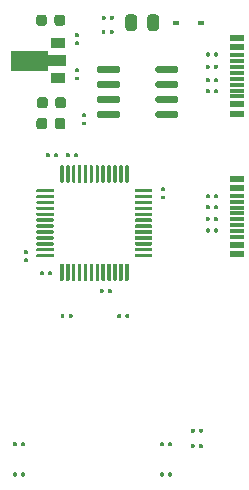
<source format=gtp>
G04 #@! TF.GenerationSoftware,KiCad,Pcbnew,5.1.8+dfsg1-1~bpo10+1*
G04 #@! TF.CreationDate,2020-11-28T00:35:18+08:00*
G04 #@! TF.ProjectId,stm32-io-extend,73746d33-322d-4696-9f2d-657874656e64,rev?*
G04 #@! TF.SameCoordinates,Original*
G04 #@! TF.FileFunction,Paste,Top*
G04 #@! TF.FilePolarity,Positive*
%FSLAX46Y46*%
G04 Gerber Fmt 4.6, Leading zero omitted, Abs format (unit mm)*
G04 Created by KiCad (PCBNEW 5.1.8+dfsg1-1~bpo10+1) date 2020-11-28 00:35:18*
%MOMM*%
%LPD*%
G01*
G04 APERTURE LIST*
%ADD10R,0.600000X0.450000*%
%ADD11R,1.160000X0.300000*%
%ADD12R,1.160000X0.600000*%
%ADD13R,1.300000X0.900000*%
%ADD14C,0.100000*%
G04 APERTURE END LIST*
G04 #@! TO.C,C1*
G36*
G01*
X89854000Y-79724500D02*
X89854000Y-79925500D01*
G75*
G02*
X89774500Y-80005000I-79500J0D01*
G01*
X89615500Y-80005000D01*
G75*
G02*
X89536000Y-79925500I0J79500D01*
G01*
X89536000Y-79724500D01*
G75*
G02*
X89615500Y-79645000I79500J0D01*
G01*
X89774500Y-79645000D01*
G75*
G02*
X89854000Y-79724500I0J-79500D01*
G01*
G37*
G36*
G01*
X89164000Y-79724500D02*
X89164000Y-79925500D01*
G75*
G02*
X89084500Y-80005000I-79500J0D01*
G01*
X88925500Y-80005000D01*
G75*
G02*
X88846000Y-79925500I0J79500D01*
G01*
X88846000Y-79724500D01*
G75*
G02*
X88925500Y-79645000I79500J0D01*
G01*
X89084500Y-79645000D01*
G75*
G02*
X89164000Y-79724500I0J-79500D01*
G01*
G37*
G04 #@! TD*
G04 #@! TO.C,C2*
G36*
G01*
X94244000Y-81224500D02*
X94244000Y-81425500D01*
G75*
G02*
X94164500Y-81505000I-79500J0D01*
G01*
X94005500Y-81505000D01*
G75*
G02*
X93926000Y-81425500I0J79500D01*
G01*
X93926000Y-81224500D01*
G75*
G02*
X94005500Y-81145000I79500J0D01*
G01*
X94164500Y-81145000D01*
G75*
G02*
X94244000Y-81224500I0J-79500D01*
G01*
G37*
G36*
G01*
X94934000Y-81224500D02*
X94934000Y-81425500D01*
G75*
G02*
X94854500Y-81505000I-79500J0D01*
G01*
X94695500Y-81505000D01*
G75*
G02*
X94616000Y-81425500I0J79500D01*
G01*
X94616000Y-81224500D01*
G75*
G02*
X94695500Y-81145000I79500J0D01*
G01*
X94854500Y-81145000D01*
G75*
G02*
X94934000Y-81224500I0J-79500D01*
G01*
G37*
G04 #@! TD*
G04 #@! TO.C,C3*
G36*
G01*
X87750500Y-78879000D02*
X87549500Y-78879000D01*
G75*
G02*
X87470000Y-78799500I0J79500D01*
G01*
X87470000Y-78640500D01*
G75*
G02*
X87549500Y-78561000I79500J0D01*
G01*
X87750500Y-78561000D01*
G75*
G02*
X87830000Y-78640500I0J-79500D01*
G01*
X87830000Y-78799500D01*
G75*
G02*
X87750500Y-78879000I-79500J0D01*
G01*
G37*
G36*
G01*
X87750500Y-78189000D02*
X87549500Y-78189000D01*
G75*
G02*
X87470000Y-78109500I0J79500D01*
G01*
X87470000Y-77950500D01*
G75*
G02*
X87549500Y-77871000I79500J0D01*
G01*
X87750500Y-77871000D01*
G75*
G02*
X87830000Y-77950500I0J-79500D01*
G01*
X87830000Y-78109500D01*
G75*
G02*
X87750500Y-78189000I-79500J0D01*
G01*
G37*
G04 #@! TD*
G04 #@! TO.C,C4*
G36*
G01*
X91874500Y-62471000D02*
X92075500Y-62471000D01*
G75*
G02*
X92155000Y-62550500I0J-79500D01*
G01*
X92155000Y-62709500D01*
G75*
G02*
X92075500Y-62789000I-79500J0D01*
G01*
X91874500Y-62789000D01*
G75*
G02*
X91795000Y-62709500I0J79500D01*
G01*
X91795000Y-62550500D01*
G75*
G02*
X91874500Y-62471000I79500J0D01*
G01*
G37*
G36*
G01*
X91874500Y-63161000D02*
X92075500Y-63161000D01*
G75*
G02*
X92155000Y-63240500I0J-79500D01*
G01*
X92155000Y-63399500D01*
G75*
G02*
X92075500Y-63479000I-79500J0D01*
G01*
X91874500Y-63479000D01*
G75*
G02*
X91795000Y-63399500I0J79500D01*
G01*
X91795000Y-63240500D01*
G75*
G02*
X91874500Y-63161000I79500J0D01*
G01*
G37*
G04 #@! TD*
G04 #@! TO.C,C5*
G36*
G01*
X99149500Y-73241000D02*
X99350500Y-73241000D01*
G75*
G02*
X99430000Y-73320500I0J-79500D01*
G01*
X99430000Y-73479500D01*
G75*
G02*
X99350500Y-73559000I-79500J0D01*
G01*
X99149500Y-73559000D01*
G75*
G02*
X99070000Y-73479500I0J79500D01*
G01*
X99070000Y-73320500D01*
G75*
G02*
X99149500Y-73241000I79500J0D01*
G01*
G37*
G36*
G01*
X99149500Y-72551000D02*
X99350500Y-72551000D01*
G75*
G02*
X99430000Y-72630500I0J-79500D01*
G01*
X99430000Y-72789500D01*
G75*
G02*
X99350500Y-72869000I-79500J0D01*
G01*
X99149500Y-72869000D01*
G75*
G02*
X99070000Y-72789500I0J79500D01*
G01*
X99070000Y-72630500D01*
G75*
G02*
X99149500Y-72551000I79500J0D01*
G01*
G37*
G04 #@! TD*
G04 #@! TO.C,C6*
G36*
G01*
X88525000Y-58650000D02*
X88525000Y-58150000D01*
G75*
G02*
X88750000Y-57925000I225000J0D01*
G01*
X89200000Y-57925000D01*
G75*
G02*
X89425000Y-58150000I0J-225000D01*
G01*
X89425000Y-58650000D01*
G75*
G02*
X89200000Y-58875000I-225000J0D01*
G01*
X88750000Y-58875000D01*
G75*
G02*
X88525000Y-58650000I0J225000D01*
G01*
G37*
G36*
G01*
X90075000Y-58650000D02*
X90075000Y-58150000D01*
G75*
G02*
X90300000Y-57925000I225000J0D01*
G01*
X90750000Y-57925000D01*
G75*
G02*
X90975000Y-58150000I0J-225000D01*
G01*
X90975000Y-58650000D01*
G75*
G02*
X90750000Y-58875000I-225000J0D01*
G01*
X90300000Y-58875000D01*
G75*
G02*
X90075000Y-58650000I0J225000D01*
G01*
G37*
G04 #@! TD*
G04 #@! TO.C,C7*
G36*
G01*
X89346000Y-69925500D02*
X89346000Y-69724500D01*
G75*
G02*
X89425500Y-69645000I79500J0D01*
G01*
X89584500Y-69645000D01*
G75*
G02*
X89664000Y-69724500I0J-79500D01*
G01*
X89664000Y-69925500D01*
G75*
G02*
X89584500Y-70005000I-79500J0D01*
G01*
X89425500Y-70005000D01*
G75*
G02*
X89346000Y-69925500I0J79500D01*
G01*
G37*
G36*
G01*
X90036000Y-69925500D02*
X90036000Y-69724500D01*
G75*
G02*
X90115500Y-69645000I79500J0D01*
G01*
X90274500Y-69645000D01*
G75*
G02*
X90354000Y-69724500I0J-79500D01*
G01*
X90354000Y-69925500D01*
G75*
G02*
X90274500Y-70005000I-79500J0D01*
G01*
X90115500Y-70005000D01*
G75*
G02*
X90036000Y-69925500I0J79500D01*
G01*
G37*
G04 #@! TD*
G04 #@! TO.C,C8*
G36*
G01*
X92075500Y-59809000D02*
X91874500Y-59809000D01*
G75*
G02*
X91795000Y-59729500I0J79500D01*
G01*
X91795000Y-59570500D01*
G75*
G02*
X91874500Y-59491000I79500J0D01*
G01*
X92075500Y-59491000D01*
G75*
G02*
X92155000Y-59570500I0J-79500D01*
G01*
X92155000Y-59729500D01*
G75*
G02*
X92075500Y-59809000I-79500J0D01*
G01*
G37*
G36*
G01*
X92075500Y-60499000D02*
X91874500Y-60499000D01*
G75*
G02*
X91795000Y-60419500I0J79500D01*
G01*
X91795000Y-60260500D01*
G75*
G02*
X91874500Y-60181000I79500J0D01*
G01*
X92075500Y-60181000D01*
G75*
G02*
X92155000Y-60260500I0J-79500D01*
G01*
X92155000Y-60419500D01*
G75*
G02*
X92075500Y-60499000I-79500J0D01*
G01*
G37*
G04 #@! TD*
G04 #@! TO.C,C9*
G36*
G01*
X92494500Y-66981000D02*
X92695500Y-66981000D01*
G75*
G02*
X92775000Y-67060500I0J-79500D01*
G01*
X92775000Y-67219500D01*
G75*
G02*
X92695500Y-67299000I-79500J0D01*
G01*
X92494500Y-67299000D01*
G75*
G02*
X92415000Y-67219500I0J79500D01*
G01*
X92415000Y-67060500D01*
G75*
G02*
X92494500Y-66981000I79500J0D01*
G01*
G37*
G36*
G01*
X92494500Y-66291000D02*
X92695500Y-66291000D01*
G75*
G02*
X92775000Y-66370500I0J-79500D01*
G01*
X92775000Y-66529500D01*
G75*
G02*
X92695500Y-66609000I-79500J0D01*
G01*
X92494500Y-66609000D01*
G75*
G02*
X92415000Y-66529500I0J79500D01*
G01*
X92415000Y-66370500D01*
G75*
G02*
X92494500Y-66291000I79500J0D01*
G01*
G37*
G04 #@! TD*
G04 #@! TO.C,C10*
G36*
G01*
X91000000Y-66900000D02*
X91000000Y-67400000D01*
G75*
G02*
X90775000Y-67625000I-225000J0D01*
G01*
X90325000Y-67625000D01*
G75*
G02*
X90100000Y-67400000I0J225000D01*
G01*
X90100000Y-66900000D01*
G75*
G02*
X90325000Y-66675000I225000J0D01*
G01*
X90775000Y-66675000D01*
G75*
G02*
X91000000Y-66900000I0J-225000D01*
G01*
G37*
G36*
G01*
X89450000Y-66900000D02*
X89450000Y-67400000D01*
G75*
G02*
X89225000Y-67625000I-225000J0D01*
G01*
X88775000Y-67625000D01*
G75*
G02*
X88550000Y-67400000I0J225000D01*
G01*
X88550000Y-66900000D01*
G75*
G02*
X88775000Y-66675000I225000J0D01*
G01*
X89225000Y-66675000D01*
G75*
G02*
X89450000Y-66900000I0J-225000D01*
G01*
G37*
G04 #@! TD*
G04 #@! TO.C,C11*
G36*
G01*
X102634000Y-94349500D02*
X102634000Y-94550500D01*
G75*
G02*
X102554500Y-94630000I-79500J0D01*
G01*
X102395500Y-94630000D01*
G75*
G02*
X102316000Y-94550500I0J79500D01*
G01*
X102316000Y-94349500D01*
G75*
G02*
X102395500Y-94270000I79500J0D01*
G01*
X102554500Y-94270000D01*
G75*
G02*
X102634000Y-94349500I0J-79500D01*
G01*
G37*
G36*
G01*
X101944000Y-94349500D02*
X101944000Y-94550500D01*
G75*
G02*
X101864500Y-94630000I-79500J0D01*
G01*
X101705500Y-94630000D01*
G75*
G02*
X101626000Y-94550500I0J79500D01*
G01*
X101626000Y-94349500D01*
G75*
G02*
X101705500Y-94270000I79500J0D01*
G01*
X101864500Y-94270000D01*
G75*
G02*
X101944000Y-94349500I0J-79500D01*
G01*
G37*
G04 #@! TD*
G04 #@! TO.C,C12*
G36*
G01*
X89500000Y-65125000D02*
X89500000Y-65625000D01*
G75*
G02*
X89275000Y-65850000I-225000J0D01*
G01*
X88825000Y-65850000D01*
G75*
G02*
X88600000Y-65625000I0J225000D01*
G01*
X88600000Y-65125000D01*
G75*
G02*
X88825000Y-64900000I225000J0D01*
G01*
X89275000Y-64900000D01*
G75*
G02*
X89500000Y-65125000I0J-225000D01*
G01*
G37*
G36*
G01*
X91050000Y-65125000D02*
X91050000Y-65625000D01*
G75*
G02*
X90825000Y-65850000I-225000J0D01*
G01*
X90375000Y-65850000D01*
G75*
G02*
X90150000Y-65625000I0J225000D01*
G01*
X90150000Y-65125000D01*
G75*
G02*
X90375000Y-64900000I225000J0D01*
G01*
X90825000Y-64900000D01*
G75*
G02*
X91050000Y-65125000I0J-225000D01*
G01*
G37*
G04 #@! TD*
G04 #@! TO.C,C13*
G36*
G01*
X91604000Y-83349500D02*
X91604000Y-83550500D01*
G75*
G02*
X91524500Y-83630000I-79500J0D01*
G01*
X91365500Y-83630000D01*
G75*
G02*
X91286000Y-83550500I0J79500D01*
G01*
X91286000Y-83349500D01*
G75*
G02*
X91365500Y-83270000I79500J0D01*
G01*
X91524500Y-83270000D01*
G75*
G02*
X91604000Y-83349500I0J-79500D01*
G01*
G37*
G36*
G01*
X90914000Y-83349500D02*
X90914000Y-83550500D01*
G75*
G02*
X90834500Y-83630000I-79500J0D01*
G01*
X90675500Y-83630000D01*
G75*
G02*
X90596000Y-83550500I0J79500D01*
G01*
X90596000Y-83349500D01*
G75*
G02*
X90675500Y-83270000I79500J0D01*
G01*
X90834500Y-83270000D01*
G75*
G02*
X90914000Y-83349500I0J-79500D01*
G01*
G37*
G04 #@! TD*
G04 #@! TO.C,C14*
G36*
G01*
X95714000Y-83349500D02*
X95714000Y-83550500D01*
G75*
G02*
X95634500Y-83630000I-79500J0D01*
G01*
X95475500Y-83630000D01*
G75*
G02*
X95396000Y-83550500I0J79500D01*
G01*
X95396000Y-83349500D01*
G75*
G02*
X95475500Y-83270000I79500J0D01*
G01*
X95634500Y-83270000D01*
G75*
G02*
X95714000Y-83349500I0J-79500D01*
G01*
G37*
G36*
G01*
X96404000Y-83349500D02*
X96404000Y-83550500D01*
G75*
G02*
X96324500Y-83630000I-79500J0D01*
G01*
X96165500Y-83630000D01*
G75*
G02*
X96086000Y-83550500I0J79500D01*
G01*
X96086000Y-83349500D01*
G75*
G02*
X96165500Y-83270000I79500J0D01*
G01*
X96324500Y-83270000D01*
G75*
G02*
X96404000Y-83349500I0J-79500D01*
G01*
G37*
G04 #@! TD*
D10*
G04 #@! TO.C,D1*
X100350000Y-58600000D03*
X102450000Y-58600000D03*
G04 #@! TD*
G04 #@! TO.C,D2*
G36*
G01*
X95084000Y-59299500D02*
X95084000Y-59500500D01*
G75*
G02*
X95004500Y-59580000I-79500J0D01*
G01*
X94845500Y-59580000D01*
G75*
G02*
X94766000Y-59500500I0J79500D01*
G01*
X94766000Y-59299500D01*
G75*
G02*
X94845500Y-59220000I79500J0D01*
G01*
X95004500Y-59220000D01*
G75*
G02*
X95084000Y-59299500I0J-79500D01*
G01*
G37*
G36*
G01*
X94394000Y-59299500D02*
X94394000Y-59500500D01*
G75*
G02*
X94314500Y-59580000I-79500J0D01*
G01*
X94155500Y-59580000D01*
G75*
G02*
X94076000Y-59500500I0J79500D01*
G01*
X94076000Y-59299500D01*
G75*
G02*
X94155500Y-59220000I79500J0D01*
G01*
X94314500Y-59220000D01*
G75*
G02*
X94394000Y-59299500I0J-79500D01*
G01*
G37*
G04 #@! TD*
G04 #@! TO.C,F1*
G36*
G01*
X96075000Y-59056250D02*
X96075000Y-58143750D01*
G75*
G02*
X96318750Y-57900000I243750J0D01*
G01*
X96806250Y-57900000D01*
G75*
G02*
X97050000Y-58143750I0J-243750D01*
G01*
X97050000Y-59056250D01*
G75*
G02*
X96806250Y-59300000I-243750J0D01*
G01*
X96318750Y-59300000D01*
G75*
G02*
X96075000Y-59056250I0J243750D01*
G01*
G37*
G36*
G01*
X97950000Y-59056250D02*
X97950000Y-58143750D01*
G75*
G02*
X98193750Y-57900000I243750J0D01*
G01*
X98681250Y-57900000D01*
G75*
G02*
X98925000Y-58143750I0J-243750D01*
G01*
X98925000Y-59056250D01*
G75*
G02*
X98681250Y-59300000I-243750J0D01*
G01*
X98193750Y-59300000D01*
G75*
G02*
X97950000Y-59056250I0J243750D01*
G01*
G37*
G04 #@! TD*
D11*
G04 #@! TO.C,J1*
X105490000Y-63850000D03*
X105490000Y-63350000D03*
X105490000Y-62850000D03*
X105490000Y-64850000D03*
X105490000Y-64350000D03*
X105490000Y-61850000D03*
X105490000Y-62350000D03*
X105490000Y-61350000D03*
D12*
X105490000Y-65500000D03*
X105490000Y-65500000D03*
X105490000Y-66300000D03*
X105490000Y-66300000D03*
X105490000Y-60700000D03*
X105490000Y-59900000D03*
X105490000Y-60700000D03*
X105490000Y-59900000D03*
G04 #@! TD*
G04 #@! TO.C,J2*
X105490000Y-71800000D03*
X105490000Y-72600000D03*
X105490000Y-71800000D03*
X105490000Y-72600000D03*
X105490000Y-78200000D03*
X105490000Y-78200000D03*
X105490000Y-77400000D03*
X105490000Y-77400000D03*
D11*
X105490000Y-73250000D03*
X105490000Y-74250000D03*
X105490000Y-73750000D03*
X105490000Y-76250000D03*
X105490000Y-76750000D03*
X105490000Y-74750000D03*
X105490000Y-75250000D03*
X105490000Y-75750000D03*
G04 #@! TD*
G04 #@! TO.C,R1*
G36*
G01*
X87236000Y-96950500D02*
X87236000Y-96749500D01*
G75*
G02*
X87315500Y-96670000I79500J0D01*
G01*
X87474500Y-96670000D01*
G75*
G02*
X87554000Y-96749500I0J-79500D01*
G01*
X87554000Y-96950500D01*
G75*
G02*
X87474500Y-97030000I-79500J0D01*
G01*
X87315500Y-97030000D01*
G75*
G02*
X87236000Y-96950500I0J79500D01*
G01*
G37*
G36*
G01*
X86546000Y-96950500D02*
X86546000Y-96749500D01*
G75*
G02*
X86625500Y-96670000I79500J0D01*
G01*
X86784500Y-96670000D01*
G75*
G02*
X86864000Y-96749500I0J-79500D01*
G01*
X86864000Y-96950500D01*
G75*
G02*
X86784500Y-97030000I-79500J0D01*
G01*
X86625500Y-97030000D01*
G75*
G02*
X86546000Y-96950500I0J79500D01*
G01*
G37*
G04 #@! TD*
G04 #@! TO.C,R2*
G36*
G01*
X87554000Y-94199500D02*
X87554000Y-94400500D01*
G75*
G02*
X87474500Y-94480000I-79500J0D01*
G01*
X87315500Y-94480000D01*
G75*
G02*
X87236000Y-94400500I0J79500D01*
G01*
X87236000Y-94199500D01*
G75*
G02*
X87315500Y-94120000I79500J0D01*
G01*
X87474500Y-94120000D01*
G75*
G02*
X87554000Y-94199500I0J-79500D01*
G01*
G37*
G36*
G01*
X86864000Y-94199500D02*
X86864000Y-94400500D01*
G75*
G02*
X86784500Y-94480000I-79500J0D01*
G01*
X86625500Y-94480000D01*
G75*
G02*
X86546000Y-94400500I0J79500D01*
G01*
X86546000Y-94199500D01*
G75*
G02*
X86625500Y-94120000I79500J0D01*
G01*
X86784500Y-94120000D01*
G75*
G02*
X86864000Y-94199500I0J-79500D01*
G01*
G37*
G04 #@! TD*
G04 #@! TO.C,R3*
G36*
G01*
X95104000Y-58099500D02*
X95104000Y-58300500D01*
G75*
G02*
X95024500Y-58380000I-79500J0D01*
G01*
X94865500Y-58380000D01*
G75*
G02*
X94786000Y-58300500I0J79500D01*
G01*
X94786000Y-58099500D01*
G75*
G02*
X94865500Y-58020000I79500J0D01*
G01*
X95024500Y-58020000D01*
G75*
G02*
X95104000Y-58099500I0J-79500D01*
G01*
G37*
G36*
G01*
X94414000Y-58099500D02*
X94414000Y-58300500D01*
G75*
G02*
X94334500Y-58380000I-79500J0D01*
G01*
X94175500Y-58380000D01*
G75*
G02*
X94096000Y-58300500I0J79500D01*
G01*
X94096000Y-58099500D01*
G75*
G02*
X94175500Y-58020000I79500J0D01*
G01*
X94334500Y-58020000D01*
G75*
G02*
X94414000Y-58099500I0J-79500D01*
G01*
G37*
G04 #@! TD*
G04 #@! TO.C,R4*
G36*
G01*
X102896000Y-64500500D02*
X102896000Y-64299500D01*
G75*
G02*
X102975500Y-64220000I79500J0D01*
G01*
X103134500Y-64220000D01*
G75*
G02*
X103214000Y-64299500I0J-79500D01*
G01*
X103214000Y-64500500D01*
G75*
G02*
X103134500Y-64580000I-79500J0D01*
G01*
X102975500Y-64580000D01*
G75*
G02*
X102896000Y-64500500I0J79500D01*
G01*
G37*
G36*
G01*
X103586000Y-64500500D02*
X103586000Y-64299500D01*
G75*
G02*
X103665500Y-64220000I79500J0D01*
G01*
X103824500Y-64220000D01*
G75*
G02*
X103904000Y-64299500I0J-79500D01*
G01*
X103904000Y-64500500D01*
G75*
G02*
X103824500Y-64580000I-79500J0D01*
G01*
X103665500Y-64580000D01*
G75*
G02*
X103586000Y-64500500I0J79500D01*
G01*
G37*
G04 #@! TD*
G04 #@! TO.C,R5*
G36*
G01*
X103586000Y-62450500D02*
X103586000Y-62249500D01*
G75*
G02*
X103665500Y-62170000I79500J0D01*
G01*
X103824500Y-62170000D01*
G75*
G02*
X103904000Y-62249500I0J-79500D01*
G01*
X103904000Y-62450500D01*
G75*
G02*
X103824500Y-62530000I-79500J0D01*
G01*
X103665500Y-62530000D01*
G75*
G02*
X103586000Y-62450500I0J79500D01*
G01*
G37*
G36*
G01*
X102896000Y-62450500D02*
X102896000Y-62249500D01*
G75*
G02*
X102975500Y-62170000I79500J0D01*
G01*
X103134500Y-62170000D01*
G75*
G02*
X103214000Y-62249500I0J-79500D01*
G01*
X103214000Y-62450500D01*
G75*
G02*
X103134500Y-62530000I-79500J0D01*
G01*
X102975500Y-62530000D01*
G75*
G02*
X102896000Y-62450500I0J79500D01*
G01*
G37*
G04 #@! TD*
G04 #@! TO.C,R6*
G36*
G01*
X102896000Y-63575500D02*
X102896000Y-63374500D01*
G75*
G02*
X102975500Y-63295000I79500J0D01*
G01*
X103134500Y-63295000D01*
G75*
G02*
X103214000Y-63374500I0J-79500D01*
G01*
X103214000Y-63575500D01*
G75*
G02*
X103134500Y-63655000I-79500J0D01*
G01*
X102975500Y-63655000D01*
G75*
G02*
X102896000Y-63575500I0J79500D01*
G01*
G37*
G36*
G01*
X103586000Y-63575500D02*
X103586000Y-63374500D01*
G75*
G02*
X103665500Y-63295000I79500J0D01*
G01*
X103824500Y-63295000D01*
G75*
G02*
X103904000Y-63374500I0J-79500D01*
G01*
X103904000Y-63575500D01*
G75*
G02*
X103824500Y-63655000I-79500J0D01*
G01*
X103665500Y-63655000D01*
G75*
G02*
X103586000Y-63575500I0J79500D01*
G01*
G37*
G04 #@! TD*
G04 #@! TO.C,R7*
G36*
G01*
X103586000Y-61400500D02*
X103586000Y-61199500D01*
G75*
G02*
X103665500Y-61120000I79500J0D01*
G01*
X103824500Y-61120000D01*
G75*
G02*
X103904000Y-61199500I0J-79500D01*
G01*
X103904000Y-61400500D01*
G75*
G02*
X103824500Y-61480000I-79500J0D01*
G01*
X103665500Y-61480000D01*
G75*
G02*
X103586000Y-61400500I0J79500D01*
G01*
G37*
G36*
G01*
X102896000Y-61400500D02*
X102896000Y-61199500D01*
G75*
G02*
X102975500Y-61120000I79500J0D01*
G01*
X103134500Y-61120000D01*
G75*
G02*
X103214000Y-61199500I0J-79500D01*
G01*
X103214000Y-61400500D01*
G75*
G02*
X103134500Y-61480000I-79500J0D01*
G01*
X102975500Y-61480000D01*
G75*
G02*
X102896000Y-61400500I0J79500D01*
G01*
G37*
G04 #@! TD*
G04 #@! TO.C,R8*
G36*
G01*
X100034000Y-96749500D02*
X100034000Y-96950500D01*
G75*
G02*
X99954500Y-97030000I-79500J0D01*
G01*
X99795500Y-97030000D01*
G75*
G02*
X99716000Y-96950500I0J79500D01*
G01*
X99716000Y-96749500D01*
G75*
G02*
X99795500Y-96670000I79500J0D01*
G01*
X99954500Y-96670000D01*
G75*
G02*
X100034000Y-96749500I0J-79500D01*
G01*
G37*
G36*
G01*
X99344000Y-96749500D02*
X99344000Y-96950500D01*
G75*
G02*
X99264500Y-97030000I-79500J0D01*
G01*
X99105500Y-97030000D01*
G75*
G02*
X99026000Y-96950500I0J79500D01*
G01*
X99026000Y-96749500D01*
G75*
G02*
X99105500Y-96670000I79500J0D01*
G01*
X99264500Y-96670000D01*
G75*
G02*
X99344000Y-96749500I0J-79500D01*
G01*
G37*
G04 #@! TD*
G04 #@! TO.C,R9*
G36*
G01*
X101626000Y-93250500D02*
X101626000Y-93049500D01*
G75*
G02*
X101705500Y-92970000I79500J0D01*
G01*
X101864500Y-92970000D01*
G75*
G02*
X101944000Y-93049500I0J-79500D01*
G01*
X101944000Y-93250500D01*
G75*
G02*
X101864500Y-93330000I-79500J0D01*
G01*
X101705500Y-93330000D01*
G75*
G02*
X101626000Y-93250500I0J79500D01*
G01*
G37*
G36*
G01*
X102316000Y-93250500D02*
X102316000Y-93049500D01*
G75*
G02*
X102395500Y-92970000I79500J0D01*
G01*
X102554500Y-92970000D01*
G75*
G02*
X102634000Y-93049500I0J-79500D01*
G01*
X102634000Y-93250500D01*
G75*
G02*
X102554500Y-93330000I-79500J0D01*
G01*
X102395500Y-93330000D01*
G75*
G02*
X102316000Y-93250500I0J79500D01*
G01*
G37*
G04 #@! TD*
G04 #@! TO.C,R10*
G36*
G01*
X99344000Y-94199500D02*
X99344000Y-94400500D01*
G75*
G02*
X99264500Y-94480000I-79500J0D01*
G01*
X99105500Y-94480000D01*
G75*
G02*
X99026000Y-94400500I0J79500D01*
G01*
X99026000Y-94199500D01*
G75*
G02*
X99105500Y-94120000I79500J0D01*
G01*
X99264500Y-94120000D01*
G75*
G02*
X99344000Y-94199500I0J-79500D01*
G01*
G37*
G36*
G01*
X100034000Y-94199500D02*
X100034000Y-94400500D01*
G75*
G02*
X99954500Y-94480000I-79500J0D01*
G01*
X99795500Y-94480000D01*
G75*
G02*
X99716000Y-94400500I0J79500D01*
G01*
X99716000Y-94199500D01*
G75*
G02*
X99795500Y-94120000I79500J0D01*
G01*
X99954500Y-94120000D01*
G75*
G02*
X100034000Y-94199500I0J-79500D01*
G01*
G37*
G04 #@! TD*
G04 #@! TO.C,R11*
G36*
G01*
X102896000Y-73400500D02*
X102896000Y-73199500D01*
G75*
G02*
X102975500Y-73120000I79500J0D01*
G01*
X103134500Y-73120000D01*
G75*
G02*
X103214000Y-73199500I0J-79500D01*
G01*
X103214000Y-73400500D01*
G75*
G02*
X103134500Y-73480000I-79500J0D01*
G01*
X102975500Y-73480000D01*
G75*
G02*
X102896000Y-73400500I0J79500D01*
G01*
G37*
G36*
G01*
X103586000Y-73400500D02*
X103586000Y-73199500D01*
G75*
G02*
X103665500Y-73120000I79500J0D01*
G01*
X103824500Y-73120000D01*
G75*
G02*
X103904000Y-73199500I0J-79500D01*
G01*
X103904000Y-73400500D01*
G75*
G02*
X103824500Y-73480000I-79500J0D01*
G01*
X103665500Y-73480000D01*
G75*
G02*
X103586000Y-73400500I0J79500D01*
G01*
G37*
G04 #@! TD*
G04 #@! TO.C,R12*
G36*
G01*
X103586000Y-75325500D02*
X103586000Y-75124500D01*
G75*
G02*
X103665500Y-75045000I79500J0D01*
G01*
X103824500Y-75045000D01*
G75*
G02*
X103904000Y-75124500I0J-79500D01*
G01*
X103904000Y-75325500D01*
G75*
G02*
X103824500Y-75405000I-79500J0D01*
G01*
X103665500Y-75405000D01*
G75*
G02*
X103586000Y-75325500I0J79500D01*
G01*
G37*
G36*
G01*
X102896000Y-75325500D02*
X102896000Y-75124500D01*
G75*
G02*
X102975500Y-75045000I79500J0D01*
G01*
X103134500Y-75045000D01*
G75*
G02*
X103214000Y-75124500I0J-79500D01*
G01*
X103214000Y-75325500D01*
G75*
G02*
X103134500Y-75405000I-79500J0D01*
G01*
X102975500Y-75405000D01*
G75*
G02*
X102896000Y-75325500I0J79500D01*
G01*
G37*
G04 #@! TD*
G04 #@! TO.C,R13*
G36*
G01*
X91364000Y-69724500D02*
X91364000Y-69925500D01*
G75*
G02*
X91284500Y-70005000I-79500J0D01*
G01*
X91125500Y-70005000D01*
G75*
G02*
X91046000Y-69925500I0J79500D01*
G01*
X91046000Y-69724500D01*
G75*
G02*
X91125500Y-69645000I79500J0D01*
G01*
X91284500Y-69645000D01*
G75*
G02*
X91364000Y-69724500I0J-79500D01*
G01*
G37*
G36*
G01*
X92054000Y-69724500D02*
X92054000Y-69925500D01*
G75*
G02*
X91974500Y-70005000I-79500J0D01*
G01*
X91815500Y-70005000D01*
G75*
G02*
X91736000Y-69925500I0J79500D01*
G01*
X91736000Y-69724500D01*
G75*
G02*
X91815500Y-69645000I79500J0D01*
G01*
X91974500Y-69645000D01*
G75*
G02*
X92054000Y-69724500I0J-79500D01*
G01*
G37*
G04 #@! TD*
G04 #@! TO.C,R14*
G36*
G01*
X103586000Y-76300500D02*
X103586000Y-76099500D01*
G75*
G02*
X103665500Y-76020000I79500J0D01*
G01*
X103824500Y-76020000D01*
G75*
G02*
X103904000Y-76099500I0J-79500D01*
G01*
X103904000Y-76300500D01*
G75*
G02*
X103824500Y-76380000I-79500J0D01*
G01*
X103665500Y-76380000D01*
G75*
G02*
X103586000Y-76300500I0J79500D01*
G01*
G37*
G36*
G01*
X102896000Y-76300500D02*
X102896000Y-76099500D01*
G75*
G02*
X102975500Y-76020000I79500J0D01*
G01*
X103134500Y-76020000D01*
G75*
G02*
X103214000Y-76099500I0J-79500D01*
G01*
X103214000Y-76300500D01*
G75*
G02*
X103134500Y-76380000I-79500J0D01*
G01*
X102975500Y-76380000D01*
G75*
G02*
X102896000Y-76300500I0J79500D01*
G01*
G37*
G04 #@! TD*
G04 #@! TO.C,R15*
G36*
G01*
X102896000Y-74325500D02*
X102896000Y-74124500D01*
G75*
G02*
X102975500Y-74045000I79500J0D01*
G01*
X103134500Y-74045000D01*
G75*
G02*
X103214000Y-74124500I0J-79500D01*
G01*
X103214000Y-74325500D01*
G75*
G02*
X103134500Y-74405000I-79500J0D01*
G01*
X102975500Y-74405000D01*
G75*
G02*
X102896000Y-74325500I0J79500D01*
G01*
G37*
G36*
G01*
X103586000Y-74325500D02*
X103586000Y-74124500D01*
G75*
G02*
X103665500Y-74045000I79500J0D01*
G01*
X103824500Y-74045000D01*
G75*
G02*
X103904000Y-74124500I0J-79500D01*
G01*
X103904000Y-74325500D01*
G75*
G02*
X103824500Y-74405000I-79500J0D01*
G01*
X103665500Y-74405000D01*
G75*
G02*
X103586000Y-74325500I0J79500D01*
G01*
G37*
G04 #@! TD*
D13*
G04 #@! TO.C,U1*
X90375000Y-63325000D03*
X90375000Y-60325000D03*
D14*
G36*
X86425000Y-60958500D02*
G01*
X89550000Y-60958500D01*
X89550000Y-61375000D01*
X91025000Y-61375000D01*
X91025000Y-62275000D01*
X89550000Y-62275000D01*
X89550000Y-62691500D01*
X86425000Y-62691500D01*
X86425000Y-60958500D01*
G37*
G04 #@! TD*
G04 #@! TO.C,U2*
G36*
G01*
X100575000Y-66230000D02*
X100575000Y-66530000D01*
G75*
G02*
X100425000Y-66680000I-150000J0D01*
G01*
X98775000Y-66680000D01*
G75*
G02*
X98625000Y-66530000I0J150000D01*
G01*
X98625000Y-66230000D01*
G75*
G02*
X98775000Y-66080000I150000J0D01*
G01*
X100425000Y-66080000D01*
G75*
G02*
X100575000Y-66230000I0J-150000D01*
G01*
G37*
G36*
G01*
X100575000Y-64960000D02*
X100575000Y-65260000D01*
G75*
G02*
X100425000Y-65410000I-150000J0D01*
G01*
X98775000Y-65410000D01*
G75*
G02*
X98625000Y-65260000I0J150000D01*
G01*
X98625000Y-64960000D01*
G75*
G02*
X98775000Y-64810000I150000J0D01*
G01*
X100425000Y-64810000D01*
G75*
G02*
X100575000Y-64960000I0J-150000D01*
G01*
G37*
G36*
G01*
X100575000Y-63690000D02*
X100575000Y-63990000D01*
G75*
G02*
X100425000Y-64140000I-150000J0D01*
G01*
X98775000Y-64140000D01*
G75*
G02*
X98625000Y-63990000I0J150000D01*
G01*
X98625000Y-63690000D01*
G75*
G02*
X98775000Y-63540000I150000J0D01*
G01*
X100425000Y-63540000D01*
G75*
G02*
X100575000Y-63690000I0J-150000D01*
G01*
G37*
G36*
G01*
X100575000Y-62420000D02*
X100575000Y-62720000D01*
G75*
G02*
X100425000Y-62870000I-150000J0D01*
G01*
X98775000Y-62870000D01*
G75*
G02*
X98625000Y-62720000I0J150000D01*
G01*
X98625000Y-62420000D01*
G75*
G02*
X98775000Y-62270000I150000J0D01*
G01*
X100425000Y-62270000D01*
G75*
G02*
X100575000Y-62420000I0J-150000D01*
G01*
G37*
G36*
G01*
X95625000Y-62420000D02*
X95625000Y-62720000D01*
G75*
G02*
X95475000Y-62870000I-150000J0D01*
G01*
X93825000Y-62870000D01*
G75*
G02*
X93675000Y-62720000I0J150000D01*
G01*
X93675000Y-62420000D01*
G75*
G02*
X93825000Y-62270000I150000J0D01*
G01*
X95475000Y-62270000D01*
G75*
G02*
X95625000Y-62420000I0J-150000D01*
G01*
G37*
G36*
G01*
X95625000Y-63690000D02*
X95625000Y-63990000D01*
G75*
G02*
X95475000Y-64140000I-150000J0D01*
G01*
X93825000Y-64140000D01*
G75*
G02*
X93675000Y-63990000I0J150000D01*
G01*
X93675000Y-63690000D01*
G75*
G02*
X93825000Y-63540000I150000J0D01*
G01*
X95475000Y-63540000D01*
G75*
G02*
X95625000Y-63690000I0J-150000D01*
G01*
G37*
G36*
G01*
X95625000Y-64960000D02*
X95625000Y-65260000D01*
G75*
G02*
X95475000Y-65410000I-150000J0D01*
G01*
X93825000Y-65410000D01*
G75*
G02*
X93675000Y-65260000I0J150000D01*
G01*
X93675000Y-64960000D01*
G75*
G02*
X93825000Y-64810000I150000J0D01*
G01*
X95475000Y-64810000D01*
G75*
G02*
X95625000Y-64960000I0J-150000D01*
G01*
G37*
G36*
G01*
X95625000Y-66230000D02*
X95625000Y-66530000D01*
G75*
G02*
X95475000Y-66680000I-150000J0D01*
G01*
X93825000Y-66680000D01*
G75*
G02*
X93675000Y-66530000I0J150000D01*
G01*
X93675000Y-66230000D01*
G75*
G02*
X93825000Y-66080000I150000J0D01*
G01*
X95475000Y-66080000D01*
G75*
G02*
X95625000Y-66230000I0J-150000D01*
G01*
G37*
G04 #@! TD*
G04 #@! TO.C,U3*
G36*
G01*
X90775000Y-80475000D02*
X90625000Y-80475000D01*
G75*
G02*
X90550000Y-80400000I0J75000D01*
G01*
X90550000Y-79075000D01*
G75*
G02*
X90625000Y-79000000I75000J0D01*
G01*
X90775000Y-79000000D01*
G75*
G02*
X90850000Y-79075000I0J-75000D01*
G01*
X90850000Y-80400000D01*
G75*
G02*
X90775000Y-80475000I-75000J0D01*
G01*
G37*
G36*
G01*
X91275000Y-80475000D02*
X91125000Y-80475000D01*
G75*
G02*
X91050000Y-80400000I0J75000D01*
G01*
X91050000Y-79075000D01*
G75*
G02*
X91125000Y-79000000I75000J0D01*
G01*
X91275000Y-79000000D01*
G75*
G02*
X91350000Y-79075000I0J-75000D01*
G01*
X91350000Y-80400000D01*
G75*
G02*
X91275000Y-80475000I-75000J0D01*
G01*
G37*
G36*
G01*
X91775000Y-80475000D02*
X91625000Y-80475000D01*
G75*
G02*
X91550000Y-80400000I0J75000D01*
G01*
X91550000Y-79075000D01*
G75*
G02*
X91625000Y-79000000I75000J0D01*
G01*
X91775000Y-79000000D01*
G75*
G02*
X91850000Y-79075000I0J-75000D01*
G01*
X91850000Y-80400000D01*
G75*
G02*
X91775000Y-80475000I-75000J0D01*
G01*
G37*
G36*
G01*
X92275000Y-80475000D02*
X92125000Y-80475000D01*
G75*
G02*
X92050000Y-80400000I0J75000D01*
G01*
X92050000Y-79075000D01*
G75*
G02*
X92125000Y-79000000I75000J0D01*
G01*
X92275000Y-79000000D01*
G75*
G02*
X92350000Y-79075000I0J-75000D01*
G01*
X92350000Y-80400000D01*
G75*
G02*
X92275000Y-80475000I-75000J0D01*
G01*
G37*
G36*
G01*
X92775000Y-80475000D02*
X92625000Y-80475000D01*
G75*
G02*
X92550000Y-80400000I0J75000D01*
G01*
X92550000Y-79075000D01*
G75*
G02*
X92625000Y-79000000I75000J0D01*
G01*
X92775000Y-79000000D01*
G75*
G02*
X92850000Y-79075000I0J-75000D01*
G01*
X92850000Y-80400000D01*
G75*
G02*
X92775000Y-80475000I-75000J0D01*
G01*
G37*
G36*
G01*
X93275000Y-80475000D02*
X93125000Y-80475000D01*
G75*
G02*
X93050000Y-80400000I0J75000D01*
G01*
X93050000Y-79075000D01*
G75*
G02*
X93125000Y-79000000I75000J0D01*
G01*
X93275000Y-79000000D01*
G75*
G02*
X93350000Y-79075000I0J-75000D01*
G01*
X93350000Y-80400000D01*
G75*
G02*
X93275000Y-80475000I-75000J0D01*
G01*
G37*
G36*
G01*
X93775000Y-80475000D02*
X93625000Y-80475000D01*
G75*
G02*
X93550000Y-80400000I0J75000D01*
G01*
X93550000Y-79075000D01*
G75*
G02*
X93625000Y-79000000I75000J0D01*
G01*
X93775000Y-79000000D01*
G75*
G02*
X93850000Y-79075000I0J-75000D01*
G01*
X93850000Y-80400000D01*
G75*
G02*
X93775000Y-80475000I-75000J0D01*
G01*
G37*
G36*
G01*
X94275000Y-80475000D02*
X94125000Y-80475000D01*
G75*
G02*
X94050000Y-80400000I0J75000D01*
G01*
X94050000Y-79075000D01*
G75*
G02*
X94125000Y-79000000I75000J0D01*
G01*
X94275000Y-79000000D01*
G75*
G02*
X94350000Y-79075000I0J-75000D01*
G01*
X94350000Y-80400000D01*
G75*
G02*
X94275000Y-80475000I-75000J0D01*
G01*
G37*
G36*
G01*
X94775000Y-80475000D02*
X94625000Y-80475000D01*
G75*
G02*
X94550000Y-80400000I0J75000D01*
G01*
X94550000Y-79075000D01*
G75*
G02*
X94625000Y-79000000I75000J0D01*
G01*
X94775000Y-79000000D01*
G75*
G02*
X94850000Y-79075000I0J-75000D01*
G01*
X94850000Y-80400000D01*
G75*
G02*
X94775000Y-80475000I-75000J0D01*
G01*
G37*
G36*
G01*
X95275000Y-80475000D02*
X95125000Y-80475000D01*
G75*
G02*
X95050000Y-80400000I0J75000D01*
G01*
X95050000Y-79075000D01*
G75*
G02*
X95125000Y-79000000I75000J0D01*
G01*
X95275000Y-79000000D01*
G75*
G02*
X95350000Y-79075000I0J-75000D01*
G01*
X95350000Y-80400000D01*
G75*
G02*
X95275000Y-80475000I-75000J0D01*
G01*
G37*
G36*
G01*
X95775000Y-80475000D02*
X95625000Y-80475000D01*
G75*
G02*
X95550000Y-80400000I0J75000D01*
G01*
X95550000Y-79075000D01*
G75*
G02*
X95625000Y-79000000I75000J0D01*
G01*
X95775000Y-79000000D01*
G75*
G02*
X95850000Y-79075000I0J-75000D01*
G01*
X95850000Y-80400000D01*
G75*
G02*
X95775000Y-80475000I-75000J0D01*
G01*
G37*
G36*
G01*
X96275000Y-80475000D02*
X96125000Y-80475000D01*
G75*
G02*
X96050000Y-80400000I0J75000D01*
G01*
X96050000Y-79075000D01*
G75*
G02*
X96125000Y-79000000I75000J0D01*
G01*
X96275000Y-79000000D01*
G75*
G02*
X96350000Y-79075000I0J-75000D01*
G01*
X96350000Y-80400000D01*
G75*
G02*
X96275000Y-80475000I-75000J0D01*
G01*
G37*
G36*
G01*
X98275000Y-78475000D02*
X96950000Y-78475000D01*
G75*
G02*
X96875000Y-78400000I0J75000D01*
G01*
X96875000Y-78250000D01*
G75*
G02*
X96950000Y-78175000I75000J0D01*
G01*
X98275000Y-78175000D01*
G75*
G02*
X98350000Y-78250000I0J-75000D01*
G01*
X98350000Y-78400000D01*
G75*
G02*
X98275000Y-78475000I-75000J0D01*
G01*
G37*
G36*
G01*
X98275000Y-77975000D02*
X96950000Y-77975000D01*
G75*
G02*
X96875000Y-77900000I0J75000D01*
G01*
X96875000Y-77750000D01*
G75*
G02*
X96950000Y-77675000I75000J0D01*
G01*
X98275000Y-77675000D01*
G75*
G02*
X98350000Y-77750000I0J-75000D01*
G01*
X98350000Y-77900000D01*
G75*
G02*
X98275000Y-77975000I-75000J0D01*
G01*
G37*
G36*
G01*
X98275000Y-77475000D02*
X96950000Y-77475000D01*
G75*
G02*
X96875000Y-77400000I0J75000D01*
G01*
X96875000Y-77250000D01*
G75*
G02*
X96950000Y-77175000I75000J0D01*
G01*
X98275000Y-77175000D01*
G75*
G02*
X98350000Y-77250000I0J-75000D01*
G01*
X98350000Y-77400000D01*
G75*
G02*
X98275000Y-77475000I-75000J0D01*
G01*
G37*
G36*
G01*
X98275000Y-76975000D02*
X96950000Y-76975000D01*
G75*
G02*
X96875000Y-76900000I0J75000D01*
G01*
X96875000Y-76750000D01*
G75*
G02*
X96950000Y-76675000I75000J0D01*
G01*
X98275000Y-76675000D01*
G75*
G02*
X98350000Y-76750000I0J-75000D01*
G01*
X98350000Y-76900000D01*
G75*
G02*
X98275000Y-76975000I-75000J0D01*
G01*
G37*
G36*
G01*
X98275000Y-76475000D02*
X96950000Y-76475000D01*
G75*
G02*
X96875000Y-76400000I0J75000D01*
G01*
X96875000Y-76250000D01*
G75*
G02*
X96950000Y-76175000I75000J0D01*
G01*
X98275000Y-76175000D01*
G75*
G02*
X98350000Y-76250000I0J-75000D01*
G01*
X98350000Y-76400000D01*
G75*
G02*
X98275000Y-76475000I-75000J0D01*
G01*
G37*
G36*
G01*
X98275000Y-75975000D02*
X96950000Y-75975000D01*
G75*
G02*
X96875000Y-75900000I0J75000D01*
G01*
X96875000Y-75750000D01*
G75*
G02*
X96950000Y-75675000I75000J0D01*
G01*
X98275000Y-75675000D01*
G75*
G02*
X98350000Y-75750000I0J-75000D01*
G01*
X98350000Y-75900000D01*
G75*
G02*
X98275000Y-75975000I-75000J0D01*
G01*
G37*
G36*
G01*
X98275000Y-75475000D02*
X96950000Y-75475000D01*
G75*
G02*
X96875000Y-75400000I0J75000D01*
G01*
X96875000Y-75250000D01*
G75*
G02*
X96950000Y-75175000I75000J0D01*
G01*
X98275000Y-75175000D01*
G75*
G02*
X98350000Y-75250000I0J-75000D01*
G01*
X98350000Y-75400000D01*
G75*
G02*
X98275000Y-75475000I-75000J0D01*
G01*
G37*
G36*
G01*
X98275000Y-74975000D02*
X96950000Y-74975000D01*
G75*
G02*
X96875000Y-74900000I0J75000D01*
G01*
X96875000Y-74750000D01*
G75*
G02*
X96950000Y-74675000I75000J0D01*
G01*
X98275000Y-74675000D01*
G75*
G02*
X98350000Y-74750000I0J-75000D01*
G01*
X98350000Y-74900000D01*
G75*
G02*
X98275000Y-74975000I-75000J0D01*
G01*
G37*
G36*
G01*
X98275000Y-74475000D02*
X96950000Y-74475000D01*
G75*
G02*
X96875000Y-74400000I0J75000D01*
G01*
X96875000Y-74250000D01*
G75*
G02*
X96950000Y-74175000I75000J0D01*
G01*
X98275000Y-74175000D01*
G75*
G02*
X98350000Y-74250000I0J-75000D01*
G01*
X98350000Y-74400000D01*
G75*
G02*
X98275000Y-74475000I-75000J0D01*
G01*
G37*
G36*
G01*
X98275000Y-73975000D02*
X96950000Y-73975000D01*
G75*
G02*
X96875000Y-73900000I0J75000D01*
G01*
X96875000Y-73750000D01*
G75*
G02*
X96950000Y-73675000I75000J0D01*
G01*
X98275000Y-73675000D01*
G75*
G02*
X98350000Y-73750000I0J-75000D01*
G01*
X98350000Y-73900000D01*
G75*
G02*
X98275000Y-73975000I-75000J0D01*
G01*
G37*
G36*
G01*
X98275000Y-73475000D02*
X96950000Y-73475000D01*
G75*
G02*
X96875000Y-73400000I0J75000D01*
G01*
X96875000Y-73250000D01*
G75*
G02*
X96950000Y-73175000I75000J0D01*
G01*
X98275000Y-73175000D01*
G75*
G02*
X98350000Y-73250000I0J-75000D01*
G01*
X98350000Y-73400000D01*
G75*
G02*
X98275000Y-73475000I-75000J0D01*
G01*
G37*
G36*
G01*
X98275000Y-72975000D02*
X96950000Y-72975000D01*
G75*
G02*
X96875000Y-72900000I0J75000D01*
G01*
X96875000Y-72750000D01*
G75*
G02*
X96950000Y-72675000I75000J0D01*
G01*
X98275000Y-72675000D01*
G75*
G02*
X98350000Y-72750000I0J-75000D01*
G01*
X98350000Y-72900000D01*
G75*
G02*
X98275000Y-72975000I-75000J0D01*
G01*
G37*
G36*
G01*
X96275000Y-72150000D02*
X96125000Y-72150000D01*
G75*
G02*
X96050000Y-72075000I0J75000D01*
G01*
X96050000Y-70750000D01*
G75*
G02*
X96125000Y-70675000I75000J0D01*
G01*
X96275000Y-70675000D01*
G75*
G02*
X96350000Y-70750000I0J-75000D01*
G01*
X96350000Y-72075000D01*
G75*
G02*
X96275000Y-72150000I-75000J0D01*
G01*
G37*
G36*
G01*
X95775000Y-72150000D02*
X95625000Y-72150000D01*
G75*
G02*
X95550000Y-72075000I0J75000D01*
G01*
X95550000Y-70750000D01*
G75*
G02*
X95625000Y-70675000I75000J0D01*
G01*
X95775000Y-70675000D01*
G75*
G02*
X95850000Y-70750000I0J-75000D01*
G01*
X95850000Y-72075000D01*
G75*
G02*
X95775000Y-72150000I-75000J0D01*
G01*
G37*
G36*
G01*
X95275000Y-72150000D02*
X95125000Y-72150000D01*
G75*
G02*
X95050000Y-72075000I0J75000D01*
G01*
X95050000Y-70750000D01*
G75*
G02*
X95125000Y-70675000I75000J0D01*
G01*
X95275000Y-70675000D01*
G75*
G02*
X95350000Y-70750000I0J-75000D01*
G01*
X95350000Y-72075000D01*
G75*
G02*
X95275000Y-72150000I-75000J0D01*
G01*
G37*
G36*
G01*
X94775000Y-72150000D02*
X94625000Y-72150000D01*
G75*
G02*
X94550000Y-72075000I0J75000D01*
G01*
X94550000Y-70750000D01*
G75*
G02*
X94625000Y-70675000I75000J0D01*
G01*
X94775000Y-70675000D01*
G75*
G02*
X94850000Y-70750000I0J-75000D01*
G01*
X94850000Y-72075000D01*
G75*
G02*
X94775000Y-72150000I-75000J0D01*
G01*
G37*
G36*
G01*
X94275000Y-72150000D02*
X94125000Y-72150000D01*
G75*
G02*
X94050000Y-72075000I0J75000D01*
G01*
X94050000Y-70750000D01*
G75*
G02*
X94125000Y-70675000I75000J0D01*
G01*
X94275000Y-70675000D01*
G75*
G02*
X94350000Y-70750000I0J-75000D01*
G01*
X94350000Y-72075000D01*
G75*
G02*
X94275000Y-72150000I-75000J0D01*
G01*
G37*
G36*
G01*
X93775000Y-72150000D02*
X93625000Y-72150000D01*
G75*
G02*
X93550000Y-72075000I0J75000D01*
G01*
X93550000Y-70750000D01*
G75*
G02*
X93625000Y-70675000I75000J0D01*
G01*
X93775000Y-70675000D01*
G75*
G02*
X93850000Y-70750000I0J-75000D01*
G01*
X93850000Y-72075000D01*
G75*
G02*
X93775000Y-72150000I-75000J0D01*
G01*
G37*
G36*
G01*
X93275000Y-72150000D02*
X93125000Y-72150000D01*
G75*
G02*
X93050000Y-72075000I0J75000D01*
G01*
X93050000Y-70750000D01*
G75*
G02*
X93125000Y-70675000I75000J0D01*
G01*
X93275000Y-70675000D01*
G75*
G02*
X93350000Y-70750000I0J-75000D01*
G01*
X93350000Y-72075000D01*
G75*
G02*
X93275000Y-72150000I-75000J0D01*
G01*
G37*
G36*
G01*
X92775000Y-72150000D02*
X92625000Y-72150000D01*
G75*
G02*
X92550000Y-72075000I0J75000D01*
G01*
X92550000Y-70750000D01*
G75*
G02*
X92625000Y-70675000I75000J0D01*
G01*
X92775000Y-70675000D01*
G75*
G02*
X92850000Y-70750000I0J-75000D01*
G01*
X92850000Y-72075000D01*
G75*
G02*
X92775000Y-72150000I-75000J0D01*
G01*
G37*
G36*
G01*
X92275000Y-72150000D02*
X92125000Y-72150000D01*
G75*
G02*
X92050000Y-72075000I0J75000D01*
G01*
X92050000Y-70750000D01*
G75*
G02*
X92125000Y-70675000I75000J0D01*
G01*
X92275000Y-70675000D01*
G75*
G02*
X92350000Y-70750000I0J-75000D01*
G01*
X92350000Y-72075000D01*
G75*
G02*
X92275000Y-72150000I-75000J0D01*
G01*
G37*
G36*
G01*
X91775000Y-72150000D02*
X91625000Y-72150000D01*
G75*
G02*
X91550000Y-72075000I0J75000D01*
G01*
X91550000Y-70750000D01*
G75*
G02*
X91625000Y-70675000I75000J0D01*
G01*
X91775000Y-70675000D01*
G75*
G02*
X91850000Y-70750000I0J-75000D01*
G01*
X91850000Y-72075000D01*
G75*
G02*
X91775000Y-72150000I-75000J0D01*
G01*
G37*
G36*
G01*
X91275000Y-72150000D02*
X91125000Y-72150000D01*
G75*
G02*
X91050000Y-72075000I0J75000D01*
G01*
X91050000Y-70750000D01*
G75*
G02*
X91125000Y-70675000I75000J0D01*
G01*
X91275000Y-70675000D01*
G75*
G02*
X91350000Y-70750000I0J-75000D01*
G01*
X91350000Y-72075000D01*
G75*
G02*
X91275000Y-72150000I-75000J0D01*
G01*
G37*
G36*
G01*
X90775000Y-72150000D02*
X90625000Y-72150000D01*
G75*
G02*
X90550000Y-72075000I0J75000D01*
G01*
X90550000Y-70750000D01*
G75*
G02*
X90625000Y-70675000I75000J0D01*
G01*
X90775000Y-70675000D01*
G75*
G02*
X90850000Y-70750000I0J-75000D01*
G01*
X90850000Y-72075000D01*
G75*
G02*
X90775000Y-72150000I-75000J0D01*
G01*
G37*
G36*
G01*
X89950000Y-72975000D02*
X88625000Y-72975000D01*
G75*
G02*
X88550000Y-72900000I0J75000D01*
G01*
X88550000Y-72750000D01*
G75*
G02*
X88625000Y-72675000I75000J0D01*
G01*
X89950000Y-72675000D01*
G75*
G02*
X90025000Y-72750000I0J-75000D01*
G01*
X90025000Y-72900000D01*
G75*
G02*
X89950000Y-72975000I-75000J0D01*
G01*
G37*
G36*
G01*
X89950000Y-73475000D02*
X88625000Y-73475000D01*
G75*
G02*
X88550000Y-73400000I0J75000D01*
G01*
X88550000Y-73250000D01*
G75*
G02*
X88625000Y-73175000I75000J0D01*
G01*
X89950000Y-73175000D01*
G75*
G02*
X90025000Y-73250000I0J-75000D01*
G01*
X90025000Y-73400000D01*
G75*
G02*
X89950000Y-73475000I-75000J0D01*
G01*
G37*
G36*
G01*
X89950000Y-73975000D02*
X88625000Y-73975000D01*
G75*
G02*
X88550000Y-73900000I0J75000D01*
G01*
X88550000Y-73750000D01*
G75*
G02*
X88625000Y-73675000I75000J0D01*
G01*
X89950000Y-73675000D01*
G75*
G02*
X90025000Y-73750000I0J-75000D01*
G01*
X90025000Y-73900000D01*
G75*
G02*
X89950000Y-73975000I-75000J0D01*
G01*
G37*
G36*
G01*
X89950000Y-74475000D02*
X88625000Y-74475000D01*
G75*
G02*
X88550000Y-74400000I0J75000D01*
G01*
X88550000Y-74250000D01*
G75*
G02*
X88625000Y-74175000I75000J0D01*
G01*
X89950000Y-74175000D01*
G75*
G02*
X90025000Y-74250000I0J-75000D01*
G01*
X90025000Y-74400000D01*
G75*
G02*
X89950000Y-74475000I-75000J0D01*
G01*
G37*
G36*
G01*
X89950000Y-74975000D02*
X88625000Y-74975000D01*
G75*
G02*
X88550000Y-74900000I0J75000D01*
G01*
X88550000Y-74750000D01*
G75*
G02*
X88625000Y-74675000I75000J0D01*
G01*
X89950000Y-74675000D01*
G75*
G02*
X90025000Y-74750000I0J-75000D01*
G01*
X90025000Y-74900000D01*
G75*
G02*
X89950000Y-74975000I-75000J0D01*
G01*
G37*
G36*
G01*
X89950000Y-75475000D02*
X88625000Y-75475000D01*
G75*
G02*
X88550000Y-75400000I0J75000D01*
G01*
X88550000Y-75250000D01*
G75*
G02*
X88625000Y-75175000I75000J0D01*
G01*
X89950000Y-75175000D01*
G75*
G02*
X90025000Y-75250000I0J-75000D01*
G01*
X90025000Y-75400000D01*
G75*
G02*
X89950000Y-75475000I-75000J0D01*
G01*
G37*
G36*
G01*
X89950000Y-75975000D02*
X88625000Y-75975000D01*
G75*
G02*
X88550000Y-75900000I0J75000D01*
G01*
X88550000Y-75750000D01*
G75*
G02*
X88625000Y-75675000I75000J0D01*
G01*
X89950000Y-75675000D01*
G75*
G02*
X90025000Y-75750000I0J-75000D01*
G01*
X90025000Y-75900000D01*
G75*
G02*
X89950000Y-75975000I-75000J0D01*
G01*
G37*
G36*
G01*
X89950000Y-76475000D02*
X88625000Y-76475000D01*
G75*
G02*
X88550000Y-76400000I0J75000D01*
G01*
X88550000Y-76250000D01*
G75*
G02*
X88625000Y-76175000I75000J0D01*
G01*
X89950000Y-76175000D01*
G75*
G02*
X90025000Y-76250000I0J-75000D01*
G01*
X90025000Y-76400000D01*
G75*
G02*
X89950000Y-76475000I-75000J0D01*
G01*
G37*
G36*
G01*
X89950000Y-76975000D02*
X88625000Y-76975000D01*
G75*
G02*
X88550000Y-76900000I0J75000D01*
G01*
X88550000Y-76750000D01*
G75*
G02*
X88625000Y-76675000I75000J0D01*
G01*
X89950000Y-76675000D01*
G75*
G02*
X90025000Y-76750000I0J-75000D01*
G01*
X90025000Y-76900000D01*
G75*
G02*
X89950000Y-76975000I-75000J0D01*
G01*
G37*
G36*
G01*
X89950000Y-77475000D02*
X88625000Y-77475000D01*
G75*
G02*
X88550000Y-77400000I0J75000D01*
G01*
X88550000Y-77250000D01*
G75*
G02*
X88625000Y-77175000I75000J0D01*
G01*
X89950000Y-77175000D01*
G75*
G02*
X90025000Y-77250000I0J-75000D01*
G01*
X90025000Y-77400000D01*
G75*
G02*
X89950000Y-77475000I-75000J0D01*
G01*
G37*
G36*
G01*
X89950000Y-77975000D02*
X88625000Y-77975000D01*
G75*
G02*
X88550000Y-77900000I0J75000D01*
G01*
X88550000Y-77750000D01*
G75*
G02*
X88625000Y-77675000I75000J0D01*
G01*
X89950000Y-77675000D01*
G75*
G02*
X90025000Y-77750000I0J-75000D01*
G01*
X90025000Y-77900000D01*
G75*
G02*
X89950000Y-77975000I-75000J0D01*
G01*
G37*
G36*
G01*
X89950000Y-78475000D02*
X88625000Y-78475000D01*
G75*
G02*
X88550000Y-78400000I0J75000D01*
G01*
X88550000Y-78250000D01*
G75*
G02*
X88625000Y-78175000I75000J0D01*
G01*
X89950000Y-78175000D01*
G75*
G02*
X90025000Y-78250000I0J-75000D01*
G01*
X90025000Y-78400000D01*
G75*
G02*
X89950000Y-78475000I-75000J0D01*
G01*
G37*
G04 #@! TD*
M02*

</source>
